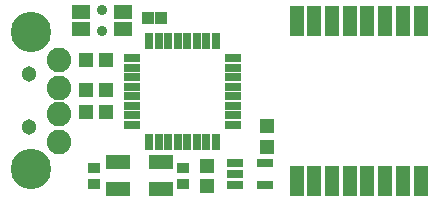
<source format=gts>
G75*
%MOIN*%
%OFA0B0*%
%FSLAX25Y25*%
%IPPOS*%
%LPD*%
%AMOC8*
5,1,8,0,0,1.08239X$1,22.5*
%
%ADD10C,0.08200*%
%ADD11C,0.13461*%
%ADD12C,0.05131*%
%ADD13R,0.05131X0.10249*%
%ADD14R,0.03000X0.05800*%
%ADD15R,0.05800X0.03000*%
%ADD16R,0.08280X0.05131*%
%ADD17R,0.05131X0.04737*%
%ADD18R,0.04343X0.03556*%
%ADD19R,0.05524X0.02965*%
%ADD20R,0.04737X0.05131*%
%ADD21R,0.04146X0.04343*%
%ADD22R,0.06312X0.04934*%
%ADD23C,0.03556*%
D10*
X0080928Y0024830D03*
X0080928Y0034173D03*
X0080928Y0043047D03*
X0080928Y0052389D03*
D11*
X0071479Y0015775D03*
X0071479Y0061444D03*
D12*
X0071085Y0047468D03*
X0071085Y0029751D03*
D13*
X0160140Y0012035D03*
X0166046Y0012035D03*
X0171951Y0012035D03*
X0177857Y0012035D03*
X0183762Y0012035D03*
X0189668Y0012035D03*
X0195573Y0012035D03*
X0201479Y0012035D03*
X0201479Y0065185D03*
X0195573Y0065185D03*
X0189668Y0065185D03*
X0183762Y0065185D03*
X0177857Y0065185D03*
X0171951Y0065185D03*
X0166046Y0065185D03*
X0160140Y0065185D03*
D14*
X0133127Y0058635D03*
X0129978Y0058635D03*
X0126828Y0058635D03*
X0123679Y0058635D03*
X0120529Y0058635D03*
X0117379Y0058635D03*
X0114230Y0058635D03*
X0111080Y0058635D03*
X0111080Y0024835D03*
X0114230Y0024835D03*
X0117379Y0024835D03*
X0120529Y0024835D03*
X0123679Y0024835D03*
X0126828Y0024835D03*
X0129978Y0024835D03*
X0133127Y0024835D03*
D15*
X0139004Y0030711D03*
X0139004Y0033861D03*
X0139004Y0037010D03*
X0139004Y0040160D03*
X0139004Y0043310D03*
X0139004Y0046459D03*
X0139004Y0049609D03*
X0139004Y0052758D03*
X0105204Y0052758D03*
X0105204Y0049609D03*
X0105204Y0046459D03*
X0105204Y0043310D03*
X0105204Y0040160D03*
X0105204Y0037010D03*
X0105204Y0033861D03*
X0105204Y0030711D03*
D16*
X0100445Y0018137D03*
X0115012Y0018137D03*
X0115012Y0009082D03*
X0100445Y0009082D03*
D17*
X0096700Y0034860D03*
X0090007Y0034860D03*
X0090007Y0042360D03*
X0096700Y0042360D03*
X0096700Y0052360D03*
X0090007Y0052360D03*
D18*
X0092729Y0016169D03*
X0092729Y0011051D03*
X0122104Y0011051D03*
X0122104Y0016169D03*
D19*
X0139485Y0017975D03*
X0149722Y0017975D03*
X0139485Y0014235D03*
X0139485Y0010495D03*
X0149722Y0010495D03*
D20*
X0130229Y0010263D03*
X0130229Y0016956D03*
X0150229Y0023388D03*
X0150229Y0030081D03*
D21*
X0115012Y0066110D03*
X0110445Y0066110D03*
D22*
X0102315Y0068339D03*
X0088142Y0068339D03*
X0088142Y0062630D03*
X0102315Y0062630D03*
D23*
X0095229Y0061941D03*
X0095229Y0069028D03*
M02*

</source>
